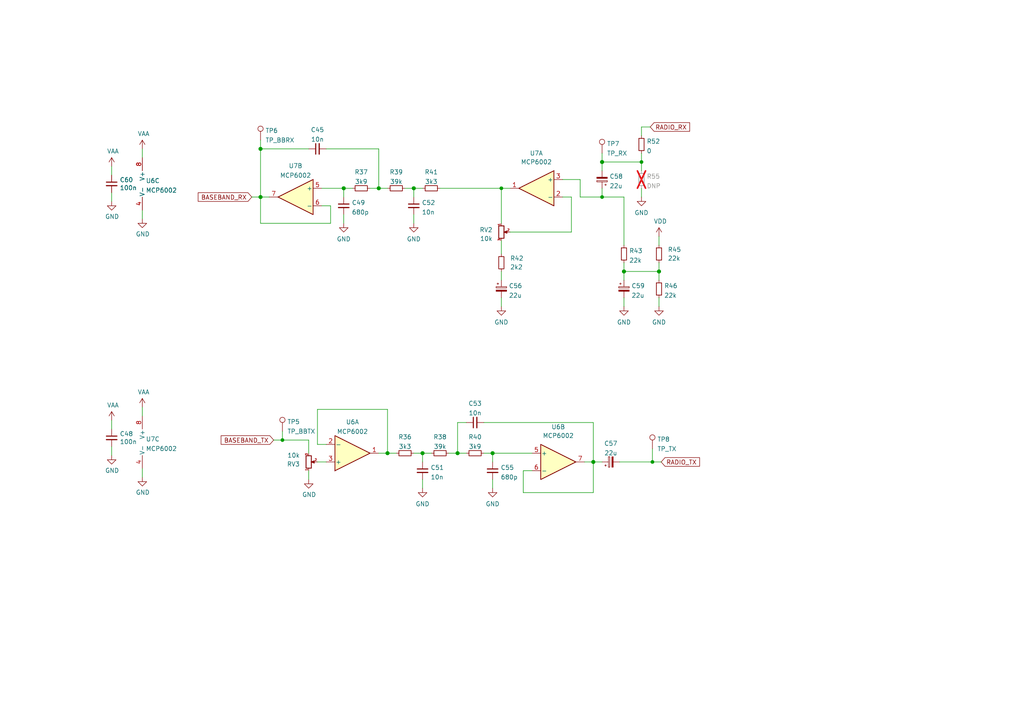
<source format=kicad_sch>
(kicad_sch (version 20230121) (generator eeschema)
  (paper "A4")
  (lib_symbols
    (symbol "Amplifier_Operational:MCP602" (pin_names (offset 0.127))
      (property "Reference" "U" (at 0 5.08 0))
      (property "Value" "MCP602" (at 0 -5.08 0))
      (symbol "MCP602_1_1"
        (polyline (pts (xy -5.08 5.08) (xy 5.08 0) (xy -5.08 -5.08) (xy -5.08 5.08)) (stroke (width 0.254)) (fill (type background)))
        (pin output line (at 7.62 0 180) (length 2.54) (name "~") (number "1"))
        (pin input line (at -7.62 -2.54 0) (length 2.54) (name "-") (number "2"))
        (pin input line (at -7.62 2.54 0) (length 2.54) (name "+") (number "3"))
      )
      (symbol "MCP602_2_1"
        (polyline (pts (xy -5.08 5.08) (xy 5.08 0) (xy -5.08 -5.08) (xy -5.08 5.08)) (stroke (width 0.254)) (fill (type background)))
        (pin input line (at -7.62 2.54 0) (length 2.54) (name "+") (number "5"))
        (pin input line (at -7.62 -2.54 0) (length 2.54) (name "-") (number "6"))
        (pin output line (at 7.62 0 180) (length 2.54) (name "~") (number "7"))
      )
      (symbol "MCP602_3_1"
        (pin power_in line (at -2.54 -7.62 90) (length 3.81) (name "V-") (number "4"))
        (pin power_in line (at -2.54 7.62 270) (length 3.81) (name "V+") (number "8"))
      )
    )
    (symbol "Connector:TestPoint" (pin_numbers hide) (pin_names (offset 0.762) hide)
      (property "Reference" "TP" (at 0 6.858 0))
      (property "Value" "TestPoint" (at 0 5.08 0))
      (symbol "TestPoint_0_1"
        (circle (center 0 3.302) (radius 0.762))
      )
      (symbol "TestPoint_1_1"
        (pin passive line (at 0 0 90) (length 2.54) (name "1") (number "1"))
      )
    )
    (symbol "Device:R_Potentiometer_Small" (pin_names (offset 1.016) hide)
      (property "Reference" "RV" (at -4.445 0 90))
      (property "Value" "R_Potentiometer_Small" (at -2.54 0 90))
      (symbol "R_Potentiometer_Small_0_1"
        (polyline (pts (xy 0.889 0) (xy 0.635 0) (xy 1.651 0.381) (xy 1.651 -0.381) (xy 0.635 0) (xy 0.889 0)) (fill (type outline)))
        (rectangle (start 0.762 1.8034) (end -0.762 -1.8034) (stroke (width 0.254)))
      )
      (symbol "R_Potentiometer_Small_1_1"
        (pin passive line (at 0 2.54 270) (length 0.635) (name "1") (number "1"))
        (pin passive line (at 2.54 0 180) (length 0.9906) (name "2") (number "2"))
        (pin passive line (at 0 -2.54 90) (length 0.635) (name "3") (number "3"))
      )
    )
    (symbol "pkl_device:pkl_CP_Small" (pin_numbers hide) (pin_names (offset 0.254) hide)
      (property "Reference" "C" (at 0.254 1.778 0))
      (property "Value" "pkl_CP_Small" (at 0.254 -2.032 0))
      (symbol "pkl_CP_Small_0_1"
        (rectangle (start -1.524 -0.3048) (end 1.524 -0.6858) (fill (type outline)))
        (rectangle (start -1.524 0.6858) (end 1.524 0.3048))
        (polyline (pts (xy -1.27 1.524) (xy -0.762 1.524)))
        (polyline (pts (xy -1.016 1.27) (xy -1.016 1.778)))
      )
      (symbol "pkl_CP_Small_1_1"
        (pin passive line (at 0 2.54 270) (length 1.8542) (name "~") (number "1"))
        (pin passive line (at 0 -2.54 90) (length 1.8542) (name "~") (number "2"))
      )
    )
    (symbol "pkl_device:pkl_C_Small" (pin_numbers hide) (pin_names (offset 0.254) hide)
      (property "Reference" "C" (at 0.254 1.778 0))
      (property "Value" "pkl_C_Small" (at 0.254 -2.032 0))
      (symbol "pkl_C_Small_0_1"
        (polyline (pts (xy -1.524 -0.508) (xy 1.524 -0.508)) (stroke (width 0.3302)))
        (polyline (pts (xy -1.524 0.508) (xy 1.524 0.508)) (stroke (width 0.3048)))
      )
      (symbol "pkl_C_Small_1_1"
        (pin passive line (at 0 2.54 270) (length 1.905) (name "~") (number "1"))
        (pin passive line (at 0 -2.54 90) (length 2.032) (name "~") (number "2"))
      )
    )
    (symbol "pkl_device:pkl_R_Small" (pin_numbers hide) (pin_names (offset 0.254) hide)
      (property "Reference" "R" (at 0.762 0.508 0))
      (property "Value" "pkl_R_Small" (at 0.762 -1.016 0))
      (symbol "pkl_R_Small_0_1"
        (rectangle (start -0.762 1.778) (end 0.762 -1.778) (stroke (width 0.2032)))
      )
      (symbol "pkl_R_Small_1_1"
        (pin passive line (at 0 2.54 270) (length 0.762) (name "~") (number "1"))
        (pin passive line (at 0 -2.54 90) (length 0.762) (name "~") (number "2"))
      )
    )
    (symbol "power:GND" (power) (pin_names (offset 0))
      (property "Value" "GND" (at 0 -3.81 0))
      (symbol "GND_0_1"
        (polyline (pts (xy 0 0) (xy 0 -1.27) (xy 1.27 -1.27) (xy 0 -2.54) (xy -1.27 -1.27) (xy 0 -1.27)))
      )
      (symbol "GND_1_1"
        (pin power_in line (at 0 0 270) (length 0) hide (name "GND") (number "1"))
      )
    )
    (symbol "power:VAA" (power) (pin_names (offset 0))
      (property "Value" "VAA" (at 0 3.81 0))
      (symbol "VAA_0_1"
        (polyline (pts (xy -0.762 1.27) (xy 0 2.54)))
        (polyline (pts (xy 0 0) (xy 0 2.54)))
        (polyline (pts (xy 0 2.54) (xy 0.762 1.27)))
      )
      (symbol "VAA_1_1"
        (pin power_in line (at 0 0 90) (length 0) hide (name "VAA") (number "1"))
      )
    )
    (symbol "power:VDD" (power) (pin_names (offset 0))
      (property "Value" "VDD" (at 0 3.81 0))
      (symbol "VDD_0_1"
        (polyline (pts (xy -0.762 1.27) (xy 0 2.54)))
        (polyline (pts (xy 0 0) (xy 0 2.54)))
        (polyline (pts (xy 0 2.54) (xy 0.762 1.27)))
      )
      (symbol "VDD_1_1"
        (pin power_in line (at 0 0 90) (length 0) hide (name "VDD") (number "1"))
      )
    )
  )
  (junction (at 112.395 131.445) (diameter 1.016))
  (junction (at 172.085 133.985) (diameter 1.016))
  (junction (at 189.23 133.985))
  (junction (at 174.625 57.15))
  (junction (at 174.625 46.99) (diameter 1.016))
  (junction (at 75.565 43.18) (diameter 1.016))
  (junction (at 122.555 131.445) (diameter 1.016))
  (junction (at 99.695 54.61) (diameter 1.016))
  (junction (at 186.055 46.99))
  (junction (at 180.975 78.74) (diameter 1.016))
  (junction (at 81.915 127.635))
  (junction (at 145.415 54.61))
  (junction (at 142.875 131.445) (diameter 1.016))
  (junction (at 120.015 54.61) (diameter 1.016))
  (junction (at 191.135 78.74) (diameter 1.016))
  (junction (at 132.715 131.445) (diameter 1.016))
  (junction (at 109.855 54.61) (diameter 1.016))
  (junction (at 75.565 57.15) (diameter 1.016))
  (wire (pts (xy 186.055 54.61) (xy 186.055 57.15)))
  (wire (pts (xy 191.135 76.2) (xy 191.135 78.74)))
  (wire (pts (xy 180.975 86.36) (xy 180.975 88.9)))
  (wire (pts (xy 179.705 133.985) (xy 189.23 133.985)))
  (wire (pts (xy 172.085 122.555) (xy 172.085 133.985)))
  (wire (pts (xy 174.625 46.99) (xy 186.055 46.99)))
  (wire (pts (xy 73.025 57.15) (xy 75.565 57.15)))
  (wire (pts (xy 142.875 139.065) (xy 142.875 141.605)))
  (wire (pts (xy 107.315 54.61) (xy 109.855 54.61)))
  (wire (pts (xy 99.695 54.61) (xy 99.695 57.15)))
  (wire (pts (xy 163.195 52.07) (xy 168.275 52.07)))
  (wire (pts (xy 41.275 135.89) (xy 41.275 138.43)))
  (wire (pts (xy 99.695 54.61) (xy 102.235 54.61)))
  (wire (pts (xy 147.955 67.31) (xy 165.735 67.31)))
  (wire (pts (xy 145.415 54.61) (xy 145.415 64.77)))
  (wire (pts (xy 81.915 127.635) (xy 81.915 125.095)))
  (wire (pts (xy 180.975 78.74) (xy 191.135 78.74)))
  (wire (pts (xy 95.885 59.69) (xy 93.345 59.69)))
  (wire (pts (xy 130.175 131.445) (xy 132.715 131.445)))
  (wire (pts (xy 93.345 54.61) (xy 99.695 54.61)))
  (wire (pts (xy 32.385 129.54) (xy 32.385 132.08)))
  (wire (pts (xy 41.275 118.11) (xy 41.275 120.65)))
  (wire (pts (xy 174.625 44.45) (xy 174.625 46.99)))
  (wire (pts (xy 140.335 131.445) (xy 142.875 131.445)))
  (wire (pts (xy 140.335 122.555) (xy 172.085 122.555)))
  (wire (pts (xy 79.375 127.635) (xy 81.915 127.635)))
  (wire (pts (xy 172.085 142.875) (xy 172.085 133.985)))
  (wire (pts (xy 191.135 86.36) (xy 191.135 88.9)))
  (wire (pts (xy 122.555 139.065) (xy 122.555 141.605)))
  (wire (pts (xy 32.385 48.26) (xy 32.385 50.8)))
  (wire (pts (xy 168.275 52.07) (xy 168.275 57.15)))
  (wire (pts (xy 94.615 43.18) (xy 109.855 43.18)))
  (wire (pts (xy 127.635 54.61) (xy 145.415 54.61)))
  (wire (pts (xy 180.975 78.74) (xy 180.975 81.28)))
  (wire (pts (xy 112.395 118.745) (xy 112.395 131.445)))
  (wire (pts (xy 109.855 54.61) (xy 112.395 54.61)))
  (wire (pts (xy 120.015 54.61) (xy 122.555 54.61)))
  (wire (pts (xy 132.715 131.445) (xy 132.715 122.555)))
  (wire (pts (xy 75.565 64.77) (xy 95.885 64.77)))
  (wire (pts (xy 92.075 118.745) (xy 112.395 118.745)))
  (wire (pts (xy 92.075 128.905) (xy 92.075 118.745)))
  (wire (pts (xy 172.085 133.985) (xy 169.545 133.985)))
  (wire (pts (xy 109.855 43.18) (xy 109.855 54.61)))
  (wire (pts (xy 191.135 68.58) (xy 191.135 71.12)))
  (wire (pts (xy 180.975 57.15) (xy 180.975 71.12)))
  (wire (pts (xy 186.055 44.45) (xy 186.055 46.99)))
  (wire (pts (xy 174.625 57.15) (xy 174.625 54.61)))
  (wire (pts (xy 32.385 55.88) (xy 32.385 58.42)))
  (wire (pts (xy 145.415 54.61) (xy 147.955 54.61)))
  (wire (pts (xy 132.715 122.555) (xy 135.255 122.555)))
  (wire (pts (xy 180.975 57.15) (xy 174.625 57.15)))
  (wire (pts (xy 180.975 76.2) (xy 180.975 78.74)))
  (wire (pts (xy 89.535 136.525) (xy 89.535 139.065)))
  (wire (pts (xy 122.555 131.445) (xy 122.555 133.985)))
  (wire (pts (xy 189.23 133.985) (xy 191.77 133.985)))
  (wire (pts (xy 120.015 62.23) (xy 120.015 64.77)))
  (wire (pts (xy 165.735 57.15) (xy 163.195 57.15)))
  (wire (pts (xy 165.735 57.15) (xy 165.735 67.31)))
  (wire (pts (xy 174.625 49.53) (xy 174.625 46.99)))
  (wire (pts (xy 122.555 131.445) (xy 125.095 131.445)))
  (wire (pts (xy 95.885 64.77) (xy 95.885 59.69)))
  (wire (pts (xy 94.615 128.905) (xy 92.075 128.905)))
  (wire (pts (xy 92.075 133.985) (xy 94.615 133.985)))
  (wire (pts (xy 89.535 131.445) (xy 89.535 127.635)))
  (wire (pts (xy 99.695 62.23) (xy 99.695 64.77)))
  (wire (pts (xy 112.395 131.445) (xy 114.935 131.445)))
  (wire (pts (xy 41.275 43.18) (xy 41.275 45.72)))
  (wire (pts (xy 172.085 133.985) (xy 174.625 133.985)))
  (wire (pts (xy 151.765 136.525) (xy 151.765 142.875)))
  (wire (pts (xy 188.595 36.83) (xy 186.055 36.83)))
  (wire (pts (xy 75.565 57.15) (xy 75.565 64.77)))
  (wire (pts (xy 120.015 54.61) (xy 120.015 57.15)))
  (wire (pts (xy 81.915 127.635) (xy 89.535 127.635)))
  (wire (pts (xy 41.275 63.5) (xy 41.275 60.96)))
  (wire (pts (xy 189.23 130.175) (xy 189.23 133.985)))
  (wire (pts (xy 142.875 131.445) (xy 154.305 131.445)))
  (wire (pts (xy 151.765 142.875) (xy 172.085 142.875)))
  (wire (pts (xy 120.015 131.445) (xy 122.555 131.445)))
  (wire (pts (xy 142.875 131.445) (xy 142.875 133.985)))
  (wire (pts (xy 112.395 131.445) (xy 109.855 131.445)))
  (wire (pts (xy 154.305 136.525) (xy 151.765 136.525)))
  (wire (pts (xy 75.565 43.18) (xy 89.535 43.18)))
  (wire (pts (xy 186.055 36.83) (xy 186.055 39.37)))
  (wire (pts (xy 75.565 57.15) (xy 75.565 43.18)))
  (wire (pts (xy 191.135 78.74) (xy 191.135 81.28)))
  (wire (pts (xy 145.415 69.85) (xy 145.415 73.66)))
  (wire (pts (xy 75.565 57.15) (xy 78.105 57.15)))
  (wire (pts (xy 145.415 78.74) (xy 145.415 81.28)))
  (wire (pts (xy 145.415 86.36) (xy 145.415 88.9)))
  (wire (pts (xy 75.565 40.64) (xy 75.565 43.18)))
  (wire (pts (xy 168.275 57.15) (xy 174.625 57.15)))
  (wire (pts (xy 32.385 121.92) (xy 32.385 124.46)))
  (wire (pts (xy 117.475 54.61) (xy 120.015 54.61)))
  (wire (pts (xy 132.715 131.445) (xy 135.255 131.445)))
  (wire (pts (xy 186.055 46.99) (xy 186.055 49.53)))
  (global_label "RADIO_RX" (shape input) (at 188.595 36.83 0) (property "Intersheetrefs" "${INTERSHEET_REFS}" (effects hide)))
  (global_label "BASEBAND_RX" (shape input) (at 73.025 57.15 180) (property "Intersheetrefs" "${INTERSHEET_REFS}" (effects hide)))
  (global_label "RADIO_TX" (shape input) (at 191.77 133.985 0) (property "Intersheetrefs" "${INTERSHEET_REFS}" (effects hide)))
  (global_label "BASEBAND_TX" (shape input) (at 79.375 127.635 180) (property "Intersheetrefs" "${INTERSHEET_REFS}" (effects hide)))
  (symbol (lib_id "pkl_device:pkl_R_Small") (at 186.055 52.07 0) (unit 1) (in_bom no) (dnp yes)
    (property "Reference" "R55" (at 187.5537 51.1615 0) (effects (justify left)))
    (property "Value" "DNP" (at 187.5537 53.9366 0) (effects (justify left)))
    (property "Footprint" "pkl_dipol:R_0603" (effects hide))
    (instances (project "M17-SmartMic" (path "" (reference "R55") (unit 1)) (path "" (reference "R510") (unit 1))))
  )
  (symbol (lib_id "pkl_device:pkl_CP_Small") (at 145.415 83.82 0) (unit 1)
    (property "Reference" "C56" (at 147.5741 82.9115 0) (effects (justify left)))
    (property "Value" "22u" (at 147.5741 85.6866 0) (effects (justify left)))
    (property "Footprint" "Capacitor_Tantalum_SMD:CP_EIA-3216-18_Kemet-A" (effects hide))
    (property "MPN" "T491A226K006AT" (effects hide))
    (property "LCSC Part #" "C118989" (effects hide))
    (instances (project "M17-SmartMic" (path "" (reference "C56") (unit 1)) (path "" (reference "C508") (unit 1))))
  )
  (symbol (lib_id "power:GND") (at 145.415 88.9 0) (unit 1)
    (property "Reference" "#PWR0110" (effects hide))
    (property "Value" "GND" (at 145.415 93.4626 0))
    (instances (project "M17-SmartMic" (path "" (reference "#PWR0110") (unit 1)) (path "" (reference "#PWR0506") (unit 1))))
  )
  (symbol (lib_id "power:GND") (at 186.055 57.15 0) (unit 1)
    (property "Reference" "#PWR0153" (effects hide))
    (property "Value" "GND" (at 186.055 61.7126 0))
    (instances (project "M17-SmartMic" (path "" (reference "#PWR0153") (unit 1)) (path "" (reference "#PWR0508") (unit 1))))
  )
  (symbol (lib_id "Amplifier_Operational:MCP602") (at 102.235 131.445 0) (mirror x) (unit 1)
    (property "Reference" "U6" (at 102.235 122.3984 0))
    (property "Value" "MCP6002" (at 102.235 125.1735 0))
    (property "Footprint" "Package_SO:SOIC-8_3.9x4.9mm_P1.27mm" (effects hide))
    (property "Datasheet" "http://ww1.microchip.com/downloads/en/DeviceDoc/21314g.pdf" (effects hide))
    (property "MPN" "MCP6002-I/SN" (effects hide))
    (property "LCSC Part #" "C116706" (effects hide))
    (instances (project "M17-SmartMic" (path "" (reference "U6") (unit 1)) (path "" (reference "U501") (unit 1))))
  )
  (symbol (lib_id "Connector:TestPoint") (at 75.565 40.64 0) (unit 1) (in_bom no)
    (property "Reference" "TP6" (at 76.9621 37.89 0) (effects (justify left)))
    (property "Value" "TP_BBRX" (at 76.9621 40.6651 0) (effects (justify left)))
    (property "Footprint" "TestPoint:TestPoint_Pad_D1.0mm" (effects hide))
    (instances (project "M17-SmartMic" (path "" (reference "TP6") (unit 1)) (path "" (reference "TP503") (unit 1))))
  )
  (symbol (lib_id "power:VDD") (at 191.135 68.58 0) (unit 1)
    (property "Reference" "#PWR0121" (effects hide))
    (property "Value" "VDD" (at 191.516 64.1858 0))
    (instances (project "M17-SmartMic" (path "" (reference "#PWR0121") (unit 1)) (path "" (reference "#PWR0509") (unit 1))))
  )
  (symbol (lib_id "power:VAA") (at 41.275 43.18 0) (unit 1)
    (property "Reference" "#PWR0119" (effects hide))
    (property "Value" "VAA" (at 41.656 38.7858 0))
    (instances (project "M17-SmartMic" (path "" (reference "#PWR0119") (unit 1)) (path "" (reference "#PWR0517") (unit 1))))
  )
  (symbol (lib_id "pkl_device:pkl_R_Small") (at 191.135 83.82 0) (unit 1)
    (property "Reference" "R46" (at 192.6337 82.9115 0) (effects (justify left)))
    (property "Value" "22k" (at 192.6337 85.6866 0) (effects (justify left)))
    (property "Footprint" "pkl_dipol:R_0603" (effects hide))
    (property "MPN" "Generic R/22k/0603" (effects hide))
    (instances (project "M17-SmartMic" (path "" (reference "R46") (unit 1)) (path "" (reference "R512") (unit 1))))
  )
  (symbol (lib_id "Connector:TestPoint") (at 174.625 44.45 0) (unit 1) (in_bom no)
    (property "Reference" "TP7" (at 176.0221 41.7 0) (effects (justify left)))
    (property "Value" "TP_RX" (at 176.0221 44.4751 0) (effects (justify left)))
    (property "Footprint" "TestPoint:TestPoint_Pad_D1.0mm" (effects hide))
    (instances (project "M17-SmartMic" (path "" (reference "TP7") (unit 1)) (path "" (reference "TP504") (unit 1))))
  )
  (symbol (lib_id "Connector:TestPoint") (at 189.23 130.175 0) (unit 1) (in_bom no)
    (property "Reference" "TP8" (at 190.6271 127.425 0) (effects (justify left)))
    (property "Value" "TP_TX" (at 190.6271 130.2001 0) (effects (justify left)))
    (property "Footprint" "TestPoint:TestPoint_Pad_D1.0mm" (effects hide))
    (instances (project "M17-SmartMic" (path "" (reference "TP8") (unit 1)) (path "" (reference "TP502") (unit 1))))
  )
  (symbol (lib_id "pkl_device:pkl_C_Small") (at 32.385 53.34 0) (unit 1)
    (property "Reference" "C60" (at 34.7218 52.1716 0) (effects (justify left)))
    (property "Value" "100n" (at 34.7218 54.483 0) (effects (justify left)))
    (property "Footprint" "pkl_dipol:C_0603" (effects hide))
    (property "MPN" "Generic C/100nF/C0G/25V/0603" (effects hide))
    (instances (project "M17-SmartMic" (path "" (reference "C60") (unit 1)) (path "" (reference "C512") (unit 1))))
  )
  (symbol (lib_id "pkl_device:pkl_C_Small") (at 142.875 136.525 0) (unit 1)
    (property "Reference" "C55" (at 145.1992 135.6165 0) (effects (justify left)))
    (property "Value" "680p" (at 145.1992 138.3916 0) (effects (justify left)))
    (property "Footprint" "pkl_dipol:C_0603" (effects hide))
    (property "MPN" "Generic C/680pF/C0G/25V/0603" (effects hide))
    (instances (project "M17-SmartMic" (path "" (reference "C55") (unit 1)) (path "" (reference "C503") (unit 1))))
  )
  (symbol (lib_id "pkl_device:pkl_CP_Small") (at 177.165 133.985 90) (unit 1)
    (property "Reference" "C57" (at 177.165 128.6214 90))
    (property "Value" "22u" (at 177.165 131.3965 90))
    (property "Footprint" "Capacitor_Tantalum_SMD:CP_EIA-3216-18_Kemet-A" (effects hide))
    (property "MPN" "T491A226K006AT" (effects hide))
    (property "LCSC Part #" "C118989" (effects hide))
    (instances (project "M17-SmartMic" (path "" (reference "C57") (unit 1)) (path "" (reference "C504") (unit 1))))
  )
  (symbol (lib_id "power:GND") (at 120.015 64.77 0) (unit 1)
    (property "Reference" "#PWR0100" (effects hide))
    (property "Value" "GND" (at 120.015 69.3326 0))
    (instances (project "M17-SmartMic" (path "" (reference "#PWR0100") (unit 1)) (path "" (reference "#PWR0505") (unit 1))))
  )
  (symbol (lib_id "Connector:TestPoint") (at 81.915 125.095 0) (unit 1) (in_bom no)
    (property "Reference" "TP5" (at 83.3121 122.345 0) (effects (justify left)))
    (property "Value" "TP_BBTX" (at 83.3121 125.1201 0) (effects (justify left)))
    (property "Footprint" "TestPoint:TestPoint_Pad_D1.0mm" (effects hide))
    (instances (project "M17-SmartMic" (path "" (reference "TP5") (unit 1)) (path "" (reference "TP501") (unit 1))))
  )
  (symbol (lib_id "pkl_device:pkl_C_Small") (at 99.695 59.69 0) (unit 1)
    (property "Reference" "C49" (at 102.0192 58.7815 0) (effects (justify left)))
    (property "Value" "680p" (at 102.0192 61.5566 0) (effects (justify left)))
    (property "Footprint" "pkl_dipol:C_0603" (effects hide))
    (property "MPN" "Generic C/680pF/C0G/25V/0603" (effects hide))
    (instances (project "M17-SmartMic" (path "" (reference "C49") (unit 1)) (path "" (reference "C506") (unit 1))))
  )
  (symbol (lib_id "pkl_device:pkl_R_Small") (at 180.975 73.66 0) (unit 1)
    (property "Reference" "R43" (at 182.4737 72.7515 0) (effects (justify left)))
    (property "Value" "22k" (at 182.4737 75.5266 0) (effects (justify left)))
    (property "Footprint" "pkl_dipol:R_0603" (effects hide))
    (property "MPN" "Generic R/22k/0603" (effects hide))
    (instances (project "M17-SmartMic" (path "" (reference "R43") (unit 1)) (path "" (reference "R508") (unit 1))))
  )
  (symbol (lib_id "pkl_device:pkl_R_Small") (at 104.775 54.61 90) (unit 1)
    (property "Reference" "R37" (at 104.775 49.9068 90))
    (property "Value" "3k9" (at 104.775 52.6819 90))
    (property "Footprint" "pkl_dipol:R_0603" (effects hide))
    (property "MPN" "Generic R/3k9/0603" (effects hide))
    (instances (project "M17-SmartMic" (path "" (reference "R37") (unit 1)) (path "" (reference "R504") (unit 1))))
  )
  (symbol (lib_id "power:GND") (at 32.385 132.08 0) (unit 1)
    (property "Reference" "#PWR0103" (effects hide))
    (property "Value" "GND" (at 32.512 136.4742 0))
    (instances (project "M17-SmartMic" (path "" (reference "#PWR0103") (unit 1)) (path "" (reference "#PWR0512") (unit 1))))
  )
  (symbol (lib_id "power:VAA") (at 41.275 118.11 0) (unit 1)
    (property "Reference" "#PWR0105" (effects hide))
    (property "Value" "VAA" (at 41.656 113.7158 0))
    (instances (project "M17-SmartMic" (path "" (reference "#PWR0105") (unit 1)) (path "" (reference "#PWR0513") (unit 1))))
  )
  (symbol (lib_id "power:GND") (at 191.135 88.9 0) (unit 1)
    (property "Reference" "#PWR0122" (effects hide))
    (property "Value" "GND" (at 191.135 93.4626 0))
    (instances (project "M17-SmartMic" (path "" (reference "#PWR0122") (unit 1)) (path "" (reference "#PWR0510") (unit 1))))
  )
  (symbol (lib_id "Device:R_Potentiometer_Small") (at 89.535 133.985 0) (mirror x) (unit 1)
    (property "Reference" "RV3" (at 86.995 134.62 0) (effects (justify right)))
    (property "Value" "10k" (at 86.995 132.08 0) (effects (justify right)))
    (property "Footprint" "Potentiometer_SMD:Potentiometer_Bourns_3224W_Vertical" (effects hide))
    (property "MPN" "3224W-1-103E" (effects hide))
    (property "LCSC Part #" "C81348" (effects hide))
    (instances (project "M17-SmartMic" (path "" (reference "RV3") (unit 1)) (path "" (reference "RV501") (unit 1))))
  )
  (symbol (lib_id "pkl_device:pkl_R_Small") (at 191.135 73.66 0) (unit 1)
    (property "Reference" "R45" (at 193.675 72.3899 0) (effects (justify left)))
    (property "Value" "22k" (at 193.675 74.9299 0) (effects (justify left)))
    (property "Footprint" "pkl_dipol:R_0603" (effects hide))
    (property "MPN" "Generic R/22k/0603" (effects hide))
    (instances (project "M17-SmartMic" (path "" (reference "R45") (unit 1)) (path "" (reference "R511") (unit 1))))
  )
  (symbol (lib_id "pkl_device:pkl_R_Small") (at 125.095 54.61 90) (unit 1)
    (property "Reference" "R41" (at 125.095 49.9068 90))
    (property "Value" "3k3" (at 125.095 52.6819 90))
    (property "Footprint" "pkl_dipol:R_0603" (effects hide))
    (property "MPN" "Generic R/3k3/0603" (effects hide))
    (instances (project "M17-SmartMic" (path "" (reference "R41") (unit 1)) (path "" (reference "R506") (unit 1))))
  )
  (symbol (lib_id "Amplifier_Operational:MCP602") (at 85.725 57.15 0) (mirror y) (unit 2)
    (property "Reference" "U7" (at 85.725 48.1034 0))
    (property "Value" "MCP6002" (at 85.725 50.8785 0))
    (property "Footprint" "Package_SO:SOIC-8_3.9x4.9mm_P1.27mm" (effects hide))
    (property "Datasheet" "http://ww1.microchip.com/downloads/en/DeviceDoc/21314g.pdf" (effects hide))
    (property "MPN" "MCP6002-I/SN" (effects hide))
    (property "LCSC Part #" "C116706" (effects hide))
    (instances (project "M17-SmartMic" (path "" (reference "U7") (unit 2)) (path "" (reference "U502") (unit 2))))
  )
  (symbol (lib_id "pkl_device:pkl_CP_Small") (at 180.975 83.82 0) (unit 1)
    (property "Reference" "C59" (at 183.1341 82.9115 0) (effects (justify left)))
    (property "Value" "22u" (at 183.1341 85.6866 0) (effects (justify left)))
    (property "Footprint" "Capacitor_Tantalum_SMD:CP_EIA-3216-18_Kemet-A" (effects hide))
    (property "MPN" "T491A226K006AT" (effects hide))
    (property "LCSC Part #" "C118989" (effects hide))
    (instances (project "M17-SmartMic" (path "" (reference "C59") (unit 1)) (path "" (reference "C510") (unit 1))))
  )
  (symbol (lib_id "Amplifier_Operational:MCP602") (at 43.815 128.27 0) (unit 3)
    (property "Reference" "U7" (at 42.2911 127.3615 0) (effects (justify left)))
    (property "Value" "MCP6002" (at 42.2911 130.1366 0) (effects (justify left)))
    (property "Footprint" "Package_SO:SOIC-8_3.9x4.9mm_P1.27mm" (effects hide))
    (property "Datasheet" "http://ww1.microchip.com/downloads/en/DeviceDoc/21314g.pdf" (effects hide))
    (property "MPN" "MCP6002-I/SN" (effects hide))
    (property "LCSC Part #" "C116706" (effects hide))
    (instances (project "M17-SmartMic" (path "" (reference "U7") (unit 3)) (path "" (reference "U501") (unit 3))))
  )
  (symbol (lib_id "pkl_device:pkl_R_Small") (at 145.415 76.2 0) (unit 1)
    (property "Reference" "R42" (at 147.955 74.93 0) (effects (justify left)))
    (property "Value" "2k2" (at 147.955 77.47 0) (effects (justify left)))
    (property "Footprint" "pkl_dipol:R_0603" (effects hide))
    (property "MPN" "Generic R/2k2/0603" (effects hide))
    (instances (project "M17-SmartMic" (path "" (reference "R42") (unit 1)) (path "" (reference "R507") (unit 1))))
  )
  (symbol (lib_id "power:GND") (at 89.535 139.065 0) (unit 1)
    (property "Reference" "#PWR084" (effects hide))
    (property "Value" "GND" (at 89.662 143.4592 0))
    (instances (project "M17-SmartMic" (path "" (reference "#PWR084") (unit 1)) (path "" (reference "#PWR0501") (unit 1))))
  )
  (symbol (lib_id "power:GND") (at 41.275 138.43 0) (unit 1)
    (property "Reference" "#PWR0106" (effects hide))
    (property "Value" "GND" (at 41.402 142.8242 0))
    (instances (project "M17-SmartMic" (path "" (reference "#PWR0106") (unit 1)) (path "" (reference "#PWR0514") (unit 1))))
  )
  (symbol (lib_id "pkl_device:pkl_R_Small") (at 186.055 41.91 0) (unit 1)
    (property "Reference" "R52" (at 187.5537 41.0015 0) (effects (justify left)))
    (property "Value" "0" (at 187.5537 43.7766 0) (effects (justify left)))
    (property "Footprint" "pkl_dipol:R_0603" (effects hide))
    (property "MPN" "Generic R/0R/0603" (effects hide))
    (instances (project "M17-SmartMic" (path "" (reference "R52") (unit 1)) (path "" (reference "R509") (unit 1))))
  )
  (symbol (lib_id "pkl_device:pkl_C_Small") (at 120.015 59.69 0) (unit 1)
    (property "Reference" "C52" (at 122.3392 58.7815 0) (effects (justify left)))
    (property "Value" "10n" (at 122.3392 61.5566 0) (effects (justify left)))
    (property "Footprint" "pkl_dipol:C_0603" (effects hide))
    (property "MPN" "Generic C/10nF/C0G/25V/0603" (effects hide))
    (instances (project "M17-SmartMic" (path "" (reference "C52") (unit 1)) (path "" (reference "C507") (unit 1))))
  )
  (symbol (lib_id "power:GND") (at 180.975 88.9 0) (unit 1)
    (property "Reference" "#PWR0115" (effects hide))
    (property "Value" "GND" (at 180.975 93.4626 0))
    (instances (project "M17-SmartMic" (path "" (reference "#PWR0115") (unit 1)) (path "" (reference "#PWR0507") (unit 1))))
  )
  (symbol (lib_id "power:GND") (at 122.555 141.605 0) (unit 1)
    (property "Reference" "#PWR093" (effects hide))
    (property "Value" "GND" (at 122.555 146.1676 0))
    (instances (project "M17-SmartMic" (path "" (reference "#PWR093") (unit 1)) (path "" (reference "#PWR0502") (unit 1))))
  )
  (symbol (lib_id "pkl_device:pkl_C_Small") (at 137.795 122.555 90) (unit 1)
    (property "Reference" "C53" (at 137.795 117.0263 90))
    (property "Value" "10n" (at 137.795 119.8014 90))
    (property "Footprint" "pkl_dipol:C_0603" (effects hide))
    (property "MPN" "Generic C/10nF/C0G/25V/0603" (effects hide))
    (instances (project "M17-SmartMic" (path "" (reference "C53") (unit 1)) (path "" (reference "C502") (unit 1))))
  )
  (symbol (lib_id "pkl_device:pkl_R_Small") (at 117.475 131.445 90) (unit 1)
    (property "Reference" "R36" (at 117.475 126.7418 90))
    (property "Value" "3k3" (at 117.475 129.5169 90))
    (property "Footprint" "pkl_dipol:R_0603" (effects hide))
    (property "MPN" "Generic R/3k3/0603" (effects hide))
    (instances (project "M17-SmartMic" (path "" (reference "R36") (unit 1)) (path "" (reference "R501") (unit 1))))
  )
  (symbol (lib_id "pkl_device:pkl_C_Small") (at 92.075 43.18 90) (unit 1)
    (property "Reference" "C45" (at 92.075 37.6513 90))
    (property "Value" "10n" (at 92.075 40.4264 90))
    (property "Footprint" "pkl_dipol:C_0603" (effects hide))
    (property "MPN" "Generic C/10nF/C0G/25V/0603" (effects hide))
    (instances (project "M17-SmartMic" (path "" (reference "C45") (unit 1)) (path "" (reference "C505") (unit 1))))
  )
  (symbol (lib_id "pkl_device:pkl_R_Small") (at 114.935 54.61 90) (unit 1)
    (property "Reference" "R39" (at 114.935 49.9068 90))
    (property "Value" "39k" (at 114.935 52.6819 90))
    (property "Footprint" "pkl_dipol:R_0603" (effects hide))
    (property "MPN" "Generic R/39k/0603" (effects hide))
    (instances (project "M17-SmartMic" (path "" (reference "R39") (unit 1)) (path "" (reference "R505") (unit 1))))
  )
  (symbol (lib_id "Amplifier_Operational:MCP602") (at 155.575 54.61 0) (mirror y) (unit 1)
    (property "Reference" "U7" (at 155.575 44.45 0))
    (property "Value" "MCP6002" (at 155.575 46.99 0))
    (property "Footprint" "Package_SO:SOIC-8_3.9x4.9mm_P1.27mm" (effects hide))
    (property "Datasheet" "http://ww1.microchip.com/downloads/en/DeviceDoc/21314g.pdf" (effects hide))
    (property "MPN" "MCP6002-I/SN" (effects hide))
    (property "LCSC Part #" "C116706" (effects hide))
    (instances (project "M17-SmartMic" (path "" (reference "U7") (unit 1)) (path "" (reference "U502") (unit 1))))
  )
  (symbol (lib_id "Amplifier_Operational:MCP602") (at 161.925 133.985 0) (unit 2)
    (property "Reference" "U6" (at 161.925 123.825 0))
    (property "Value" "MCP6002" (at 161.925 126.365 0))
    (property "Footprint" "Package_SO:SOIC-8_3.9x4.9mm_P1.27mm" (effects hide))
    (property "Datasheet" "http://ww1.microchip.com/downloads/en/DeviceDoc/21314g.pdf" (effects hide))
    (property "MPN" "MCP6002-I/SN" (effects hide))
    (property "LCSC Part #" "C116706" (effects hide))
    (instances (project "M17-SmartMic" (path "" (reference "U6") (unit 2)) (path "" (reference "U501") (unit 2))))
  )
  (symbol (lib_id "Amplifier_Operational:MCP602") (at 38.735 53.34 0) (mirror y) (unit 3)
    (property "Reference" "U6" (at 42.2911 52.4315 0) (effects (justify right)))
    (property "Value" "MCP6002" (at 42.2911 55.2066 0) (effects (justify right)))
    (property "Footprint" "Package_SO:SOIC-8_3.9x4.9mm_P1.27mm" (effects hide))
    (property "Datasheet" "http://ww1.microchip.com/downloads/en/DeviceDoc/21314g.pdf" (effects hide))
    (property "MPN" "MCP6002-I/SN" (effects hide))
    (property "LCSC Part #" "C116706" (effects hide))
    (instances (project "M17-SmartMic" (path "" (reference "U6") (unit 3)) (path "" (reference "U502") (unit 3))))
  )
  (symbol (lib_id "power:GND") (at 41.275 63.5 0) (unit 1)
    (property "Reference" "#PWR0120" (effects hide))
    (property "Value" "GND" (at 41.402 67.8942 0))
    (instances (project "M17-SmartMic" (path "" (reference "#PWR0120") (unit 1)) (path "" (reference "#PWR0518") (unit 1))))
  )
  (symbol (lib_id "power:GND") (at 142.875 141.605 0) (unit 1)
    (property "Reference" "#PWR0104" (effects hide))
    (property "Value" "GND" (at 142.875 146.1676 0))
    (instances (project "M17-SmartMic" (path "" (reference "#PWR0104") (unit 1)) (path "" (reference "#PWR0503") (unit 1))))
  )
  (symbol (lib_id "pkl_device:pkl_C_Small") (at 32.385 127 0) (unit 1)
    (property "Reference" "C48" (at 34.7218 125.8316 0) (effects (justify left)))
    (property "Value" "100n" (at 34.7218 128.143 0) (effects (justify left)))
    (property "Footprint" "pkl_dipol:C_0603" (effects hide))
    (property "MPN" "Generic C/100nF/C0G/25V/0603" (effects hide))
    (instances (project "M17-SmartMic" (path "" (reference "C48") (unit 1)) (path "" (reference "C511") (unit 1))))
  )
  (symbol (lib_id "power:VAA") (at 32.385 121.92 0) (unit 1)
    (property "Reference" "#PWR0102" (effects hide))
    (property "Value" "VAA" (at 32.766 117.5258 0))
    (instances (project "M17-SmartMic" (path "" (reference "#PWR0102") (unit 1)) (path "" (reference "#PWR0511") (unit 1))))
  )
  (symbol (lib_id "pkl_device:pkl_R_Small") (at 137.795 131.445 90) (unit 1)
    (property "Reference" "R40" (at 137.795 126.7418 90))
    (property "Value" "3k9" (at 137.795 129.5169 90))
    (property "Footprint" "pkl_dipol:R_0603" (effects hide))
    (property "MPN" "Generic R/3k9/0603" (effects hide))
    (instances (project "M17-SmartMic" (path "" (reference "R40") (unit 1)) (path "" (reference "R503") (unit 1))))
  )
  (symbol (lib_id "pkl_device:pkl_C_Small") (at 122.555 136.525 0) (unit 1)
    (property "Reference" "C51" (at 124.8792 135.6165 0) (effects (justify left)))
    (property "Value" "10n" (at 124.8792 138.3916 0) (effects (justify left)))
    (property "Footprint" "pkl_dipol:C_0603" (effects hide))
    (property "MPN" "Generic C/10nF/C0G/25V/0603" (effects hide))
    (instances (project "M17-SmartMic" (path "" (reference "C51") (unit 1)) (path "" (reference "C501") (unit 1))))
  )
  (symbol (lib_id "power:GND") (at 32.385 58.42 0) (unit 1)
    (property "Reference" "#PWR0117" (effects hide))
    (property "Value" "GND" (at 32.512 62.8142 0))
    (instances (project "M17-SmartMic" (path "" (reference "#PWR0117") (unit 1)) (path "" (reference "#PWR0516") (unit 1))))
  )
  (symbol (lib_id "Device:R_Potentiometer_Small") (at 145.415 67.31 0) (unit 1)
    (property "Reference" "RV2" (at 142.875 66.675 0) (effects (justify right)))
    (property "Value" "10k" (at 142.875 69.215 0) (effects (justify right)))
    (property "Footprint" "Potentiometer_SMD:Potentiometer_Bourns_3224W_Vertical" (effects hide))
    (property "MPN" "3224W-1-103E" (effects hide))
    (property "LCSC Part #" "C81348" (effects hide))
    (instances (project "M17-SmartMic" (path "" (reference "RV2") (unit 1)) (path "" (reference "RV502") (unit 1))))
  )
  (symbol (lib_id "pkl_device:pkl_CP_Small") (at 174.625 52.07 180) (unit 1)
    (property "Reference" "C58" (at 176.7841 51.1615 0) (effects (justify right)))
    (property "Value" "22u" (at 176.7841 53.9366 0) (effects (justify right)))
    (property "Footprint" "Capacitor_Tantalum_SMD:CP_EIA-3216-18_Kemet-A" (effects hide))
    (property "MPN" "T491A226K006AT" (effects hide))
    (property "LCSC Part #" "C118989" (effects hide))
    (instances (project "M17-SmartMic" (path "" (reference "C58") (unit 1)) (path "" (reference "C509") (unit 1))))
  )
  (symbol (lib_id "pkl_device:pkl_R_Small") (at 127.635 131.445 90) (unit 1)
    (property "Reference" "R38" (at 127.635 126.7418 90))
    (property "Value" "39k" (at 127.635 129.5169 90))
    (property "Footprint" "pkl_dipol:R_0603" (effects hide))
    (property "MPN" "Generic R/39k/0603" (effects hide))
    (instances (project "M17-SmartMic" (path "" (reference "R38") (unit 1)) (path "" (reference "R502") (unit 1))))
  )
  (symbol (lib_id "power:GND") (at 99.695 64.77 0) (unit 1)
    (property "Reference" "#PWR088" (effects hide))
    (property "Value" "GND" (at 99.695 69.3326 0))
    (instances (project "M17-SmartMic" (path "" (reference "#PWR088") (unit 1)) (path "" (reference "#PWR0504") (unit 1))))
  )
  (symbol (lib_id "power:VAA") (at 32.385 48.26 0) (unit 1)
    (property "Reference" "#PWR0116" (effects hide))
    (property "Value" "VAA" (at 32.766 43.8658 0))
    (instances (project "M17-SmartMic" (path "" (reference "#PWR0116") (unit 1)) (path "" (reference "#PWR0515") (unit 1))))
  )
)
</source>
